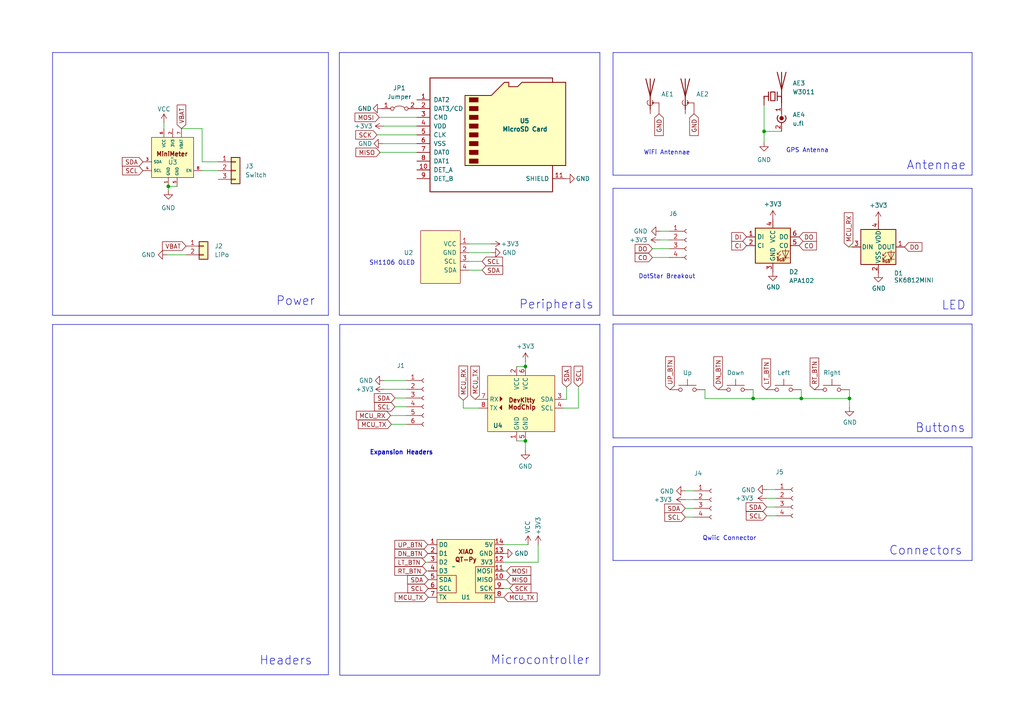
<source format=kicad_sch>
(kicad_sch (version 20230121) (generator eeschema)
  (paper "A4")
  (title_block (title "CutieCat") (date "2024-02-17") (rev "0.0") (company "DevKitty"))
  (lib_symbols
    (symbol "Connector:Conn_01x04_Female" (pin_names (offset 1.016) hide)
      (property "Reference" "J" (at 0 5.08 0))
      (property "Value" "Conn_01x04_Female" (at 0 -7.62 0))
      (symbol "Conn_01x04_Female_1_1"
        (arc (start 0 -4.572) (mid -0.5058 -5.08) (end 0 -5.588) (stroke (width 0.1524)))
        (arc (start 0 -2.032) (mid -0.5058 -2.54) (end 0 -3.048) (stroke (width 0.1524)))
        (polyline (pts (xy -1.27 -5.08) (xy -0.508 -5.08)) (stroke (width 0.1524)))
        (polyline (pts (xy -1.27 -2.54) (xy -0.508 -2.54)) (stroke (width 0.1524)))
        (polyline (pts (xy -1.27 0) (xy -0.508 0)) (stroke (width 0.1524)))
        (polyline (pts (xy -1.27 2.54) (xy -0.508 2.54)) (stroke (width 0.1524)))
        (arc (start 0 0.508) (mid -0.5058 0) (end 0 -0.508) (stroke (width 0.1524)))
        (arc (start 0 3.048) (mid -0.5058 2.54) (end 0 2.032) (stroke (width 0.1524)))
        (pin passive line (at -5.08 2.54 0) (length 3.81) (name "Pin_1") (number "1"))
        (pin passive line (at -5.08 0 0) (length 3.81) (name "Pin_2") (number "2"))
        (pin passive line (at -5.08 -2.54 0) (length 3.81) (name "Pin_3") (number "3"))
        (pin passive line (at -5.08 -5.08 0) (length 3.81) (name "Pin_4") (number "4"))
      )
    )
    (symbol "Connector:Conn_01x06_Female" (pin_names (offset 1.016) hide)
      (property "Reference" "J" (at 0 7.62 0))
      (property "Value" "Conn_01x06_Female" (at 0 -10.16 0))
      (symbol "Conn_01x06_Female_1_1"
        (arc (start 0 -7.112) (mid -0.5058 -7.62) (end 0 -8.128) (stroke (width 0.1524)))
        (arc (start 0 -4.572) (mid -0.5058 -5.08) (end 0 -5.588) (stroke (width 0.1524)))
        (arc (start 0 -2.032) (mid -0.5058 -2.54) (end 0 -3.048) (stroke (width 0.1524)))
        (polyline (pts (xy -1.27 -7.62) (xy -0.508 -7.62)) (stroke (width 0.1524)))
        (polyline (pts (xy -1.27 -5.08) (xy -0.508 -5.08)) (stroke (width 0.1524)))
        (polyline (pts (xy -1.27 -2.54) (xy -0.508 -2.54)) (stroke (width 0.1524)))
        (polyline (pts (xy -1.27 0) (xy -0.508 0)) (stroke (width 0.1524)))
        (polyline (pts (xy -1.27 2.54) (xy -0.508 2.54)) (stroke (width 0.1524)))
        (polyline (pts (xy -1.27 5.08) (xy -0.508 5.08)) (stroke (width 0.1524)))
        (arc (start 0 0.508) (mid -0.5058 0) (end 0 -0.508) (stroke (width 0.1524)))
        (arc (start 0 3.048) (mid -0.5058 2.54) (end 0 2.032) (stroke (width 0.1524)))
        (arc (start 0 5.588) (mid -0.5058 5.08) (end 0 4.572) (stroke (width 0.1524)))
        (pin passive line (at -5.08 5.08 0) (length 3.81) (name "Pin_1") (number "1"))
        (pin passive line (at -5.08 2.54 0) (length 3.81) (name "Pin_2") (number "2"))
        (pin passive line (at -5.08 0 0) (length 3.81) (name "Pin_3") (number "3"))
        (pin passive line (at -5.08 -2.54 0) (length 3.81) (name "Pin_4") (number "4"))
        (pin passive line (at -5.08 -5.08 0) (length 3.81) (name "Pin_5") (number "5"))
        (pin passive line (at -5.08 -7.62 0) (length 3.81) (name "Pin_6") (number "6"))
      )
    )
    (symbol "Connector:Conn_Coaxial_Power" (pin_names (offset 1.016) hide)
      (property "Reference" "J" (at -5.08 -1.27 90))
      (property "Value" "Conn_Coaxial_Power" (at -3.175 -1.27 90))
      (symbol "Conn_Coaxial_Power_0_1"
        (arc (start -1.27 -1.27) (mid 0 -2.5345) (end 1.27 -1.27) (stroke (width 0.254)))
        (arc (start -1.016 -0.508) (mid -1.2048 -0.8684) (end -1.27 -1.27) (stroke (width 0.254)))
        (circle (center 0 -1.27) (radius 0.508) (stroke (width 0.2032)) (fill (type outline)))
        (polyline (pts (xy 0 -2.54) (xy 0 -3.048)))
        (polyline (pts (xy 0 0) (xy 0 -1.27)))
        (arc (start 1.27 -1.27) (mid 1.2048 -0.8684) (end 1.016 -0.508) (stroke (width 0.254)))
      )
      (symbol "Conn_Coaxial_Power_1_1"
        (pin passive line (at 0 2.54 270) (length 2.54) (name "In") (number "1"))
        (pin passive line (at 0 -5.08 90) (length 2.54) (name "Ext") (number "2"))
      )
    )
    (symbol "Connector:Micro_SD_Card_Det" (pin_names (offset 1.016))
      (property "Reference" "J" (at -16.51 17.78 0))
      (property "Value" "Micro_SD_Card_Det" (at 16.51 17.78 0))
      (symbol "Micro_SD_Card_Det_0_1"
        (rectangle (start -7.62 -6.985) (end -5.08 -8.255) (fill (type outline)))
        (rectangle (start -7.62 -4.445) (end -5.08 -5.715) (fill (type outline)))
        (rectangle (start -7.62 -1.905) (end -5.08 -3.175) (fill (type outline)))
        (rectangle (start -7.62 0.635) (end -5.08 -0.635) (fill (type outline)))
        (rectangle (start -7.62 3.175) (end -5.08 1.905) (fill (type outline)))
        (rectangle (start -7.62 5.715) (end -5.08 4.445) (fill (type outline)))
        (rectangle (start -7.62 8.255) (end -5.08 6.985) (fill (type outline)))
        (rectangle (start -7.62 10.795) (end -5.08 9.525) (fill (type outline)))
        (polyline (pts (xy 16.51 15.24) (xy 16.51 16.51) (xy -19.05 16.51) (xy -19.05 -16.51) (xy 16.51 -16.51) (xy 16.51 -8.89)) (stroke (width 0.254)))
        (polyline (pts (xy -8.89 -8.89) (xy -8.89 11.43) (xy -1.27 11.43) (xy 2.54 15.24) (xy 3.81 15.24) (xy 3.81 13.97) (xy 6.35 13.97) (xy 7.62 15.24) (xy 20.32 15.24) (xy 20.32 -8.89) (xy -8.89 -8.89)) (stroke (width 0.254)) (fill (type background)))
      )
      (symbol "Micro_SD_Card_Det_1_1"
        (pin bidirectional line (at -22.86 10.16 0) (length 3.81) (name "DAT2") (number "1"))
        (pin passive line (at -22.86 -10.16 0) (length 3.81) (name "DET_A") (number "10"))
        (pin passive line (at 20.32 -12.7 180) (length 3.81) (name "SHIELD") (number "11"))
        (pin bidirectional line (at -22.86 7.62 0) (length 3.81) (name "DAT3/CD") (number "2"))
        (pin input line (at -22.86 5.08 0) (length 3.81) (name "CMD") (number "3"))
        (pin power_in line (at -22.86 2.54 0) (length 3.81) (name "VDD") (number "4"))
        (pin input line (at -22.86 0 0) (length 3.81) (name "CLK") (number "5"))
        (pin power_in line (at -22.86 -2.54 0) (length 3.81) (name "VSS") (number "6"))
        (pin bidirectional line (at -22.86 -5.08 0) (length 3.81) (name "DAT0") (number "7"))
        (pin bidirectional line (at -22.86 -7.62 0) (length 3.81) (name "DAT1") (number "8"))
        (pin passive line (at -22.86 -12.7 0) (length 3.81) (name "DET_B") (number "9"))
      )
    )
    (symbol "Connector_Generic:Conn_01x02" (pin_names (offset 1.016) hide)
      (property "Reference" "J" (at 0 2.54 0))
      (property "Value" "Conn_01x02" (at 0 -5.08 0))
      (symbol "Conn_01x02_1_1"
        (rectangle (start -1.27 -2.413) (end 0 -2.667) (stroke (width 0.1524)))
        (rectangle (start -1.27 0.127) (end 0 -0.127) (stroke (width 0.1524)))
        (rectangle (start -1.27 1.27) (end 1.27 -3.81) (stroke (width 0.254)) (fill (type background)))
        (pin passive line (at -5.08 0 0) (length 3.81) (name "Pin_1") (number "1"))
        (pin passive line (at -5.08 -2.54 0) (length 3.81) (name "Pin_2") (number "2"))
      )
    )
    (symbol "Connector_Generic:Conn_01x03" (pin_names (offset 1.016) hide)
      (property "Reference" "J" (at 0 5.08 0))
      (property "Value" "Conn_01x03" (at 0 -5.08 0))
      (symbol "Conn_01x03_1_1"
        (rectangle (start -1.27 -2.413) (end 0 -2.667) (stroke (width 0.1524)))
        (rectangle (start -1.27 0.127) (end 0 -0.127) (stroke (width 0.1524)))
        (rectangle (start -1.27 2.667) (end 0 2.413) (stroke (width 0.1524)))
        (rectangle (start -1.27 3.81) (end 1.27 -3.81) (stroke (width 0.254)) (fill (type background)))
        (pin passive line (at -5.08 2.54 0) (length 3.81) (name "Pin_1") (number "1"))
        (pin passive line (at -5.08 0 0) (length 3.81) (name "Pin_2") (number "2"))
        (pin passive line (at -5.08 -2.54 0) (length 3.81) (name "Pin_3") (number "3"))
      )
    )
    (symbol "DevKitty-ModChip:DevKitty-ModChip"
      (property "Reference" "U" (at -7.366 -6.096 0))
      (symbol "DevKitty-ModChip_1_1"
        (rectangle (start -9.652 8.128) (end 9.8044 -8.128) (fill (type background)))
        (polyline (pts (xy -6.096 0.762) (xy -6.096 2.032) (xy -5.461 1.397) (xy -6.096 0.762)) (fill (type outline)))
        (polyline (pts (xy -5.588 -0.508) (xy -5.588 -1.778) (xy -6.223 -1.143) (xy -5.588 -0.508)) (fill (type outline)))
        (text "DevKitty\nModChip" (at 0.254 0 0) (effects (font (size 1.27 1.27) bold)))
        (pin power_in line (at -1.27 -10.795 90) (length 2.54) (name "GND") (number "1"))
        (pin power_in line (at -1.27 10.795 270) (length 2.54) (name "VCC") (number "2"))
        (pin bidirectional line (at 12.446 1.27 180) (length 2.54) (name "SDA") (number "3"))
        (pin input line (at 12.446 -1.27 180) (length 2.54) (name "SCL") (number "4"))
        (pin power_in line (at 1.27 -10.795 90) (length 2.54) (name "GND") (number "5"))
        (pin power_in line (at 1.27 10.795 270) (length 2.54) (name "VCC") (number "6"))
        (pin input line (at -12.192 1.27 0) (length 2.54) (name "RX") (number "7"))
        (pin output line (at -12.192 -1.27 0) (length 2.54) (name "TX") (number "8"))
      )
    )
    (symbol "Device:Antenna_Chip" (pin_numbers hide) (pin_names (offset 1.016) hide)
      (property "Reference" "AE" (at 0 5.08 0))
      (property "Value" "Antenna_Chip" (at 0 3.175 0))
      (symbol "Antenna_Chip_0_1"
        (polyline (pts (xy -2.54 0) (xy -2.54 -0.635)) (stroke (width 0.254)))
        (polyline (pts (xy -2.54 0) (xy -1.27 0)) (stroke (width 0.254)))
        (polyline (pts (xy 1.27 0) (xy 2.54 0)) (stroke (width 0.254)))
        (polyline (pts (xy 1.27 1.27) (xy 1.27 -1.27)) (stroke (width 0.254)))
        (polyline (pts (xy 2.54 -0.635) (xy 2.54 0)))
        (polyline (pts (xy 2.54 6.985) (xy 2.54 -1.905)) (stroke (width 0.254)))
        (polyline (pts (xy -1.27 1.27) (xy -1.27 -1.27) (xy -1.27 0)) (stroke (width 0.254)))
        (polyline (pts (xy 3.81 6.985) (xy 2.54 1.905) (xy 1.27 6.985)) (stroke (width 0.254)))
        (polyline (pts (xy -0.635 1.27) (xy 0.635 1.27) (xy 0.635 -1.27) (xy -0.635 -1.27) (xy -0.635 1.27)) (stroke (width 0.254)))
      )
      (symbol "Antenna_Chip_1_1"
        (pin input line (at -2.54 -2.54 90) (length 2.54) (name "FEED") (number "1"))
        (pin passive line (at 2.54 -2.54 90) (length 2.54) (name "PCB_Trace") (number "2"))
      )
    )
    (symbol "Device:Antenna_Shield" (pin_numbers hide) (pin_names (offset 1.016) hide)
      (property "Reference" "AE" (at -1.905 4.445 0))
      (property "Value" "Antenna_Shield" (at -1.905 2.54 0))
      (symbol "Antenna_Shield_0_1"
        (arc (start -0.508 -1.143) (mid -0.8429 -2.1194) (end 0 -2.667))
        (arc (start 0 -2.667) (mid 0.7989 -2.1052) (end 0.508 -1.143))
        (polyline (pts (xy 0 -2.54) (xy 0 0)))
        (polyline (pts (xy 0 5.08) (xy 0 -3.81)) (stroke (width 0.254)))
        (polyline (pts (xy 0.762 -1.905) (xy 2.54 -1.905)))
        (polyline (pts (xy 2.54 -2.54) (xy 2.54 -1.905)))
        (polyline (pts (xy 1.27 5.08) (xy 0 0) (xy -1.27 5.08)) (stroke (width 0.254)))
        (circle (center 0.762 -1.905) (radius 0.1778) (fill (type outline)))
      )
      (symbol "Antenna_Shield_1_1"
        (pin input line (at 0 -5.08 90) (length 2.54) (name "A") (number "1"))
        (pin input line (at 2.54 -5.08 90) (length 2.54) (name "Shield") (number "2"))
      )
    )
    (symbol "Jumper:Jumper_2_Bridged" (pin_names (offset 0) hide)
      (property "Reference" "JP" (at 0 1.905 0))
      (property "Value" "Jumper_2_Bridged" (at 0 -2.54 0))
      (symbol "Jumper_2_Bridged_0_0"
        (circle (center -2.032 0) (radius 0.508))
        (circle (center 2.032 0) (radius 0.508))
      )
      (symbol "Jumper_2_Bridged_0_1"
        (arc (start 1.524 0.254) (mid 0 0.762) (end -1.524 0.254))
      )
      (symbol "Jumper_2_Bridged_1_1"
        (pin passive line (at -5.08 0 0) (length 2.54) (name "A") (number "1"))
        (pin passive line (at 5.08 0 180) (length 2.54) (name "B") (number "2"))
      )
    )
    (symbol "LED:APA102"
      (property "Reference" "D" (at 5.08 5.715 0))
      (property "Value" "APA102" (at 1.27 -5.715 0))
      (symbol "APA102_0_0"
        (text "RGB" (at 2.286 -4.191 0) (effects (font (size 0.762 0.762))))
      )
      (symbol "APA102_0_1"
        (polyline (pts (xy 1.27 -3.556) (xy 1.778 -3.556)))
        (polyline (pts (xy 1.27 -2.54) (xy 1.778 -2.54)))
        (polyline (pts (xy 4.699 -3.556) (xy 2.667 -3.556)))
        (polyline (pts (xy 2.286 -2.54) (xy 1.27 -3.556) (xy 1.27 -3.048)))
        (polyline (pts (xy 2.286 -1.524) (xy 1.27 -2.54) (xy 1.27 -2.032)))
        (polyline (pts (xy 3.683 -1.016) (xy 3.683 -3.556) (xy 3.683 -4.064)))
        (polyline (pts (xy 4.699 -1.524) (xy 2.667 -1.524) (xy 3.683 -3.556) (xy 4.699 -1.524)))
        (rectangle (start 5.08 5.08) (end -5.08 -5.08) (stroke (width 0.254)) (fill (type background)))
      )
      (symbol "APA102_1_1"
        (pin input line (at -7.62 2.54 0) (length 2.54) (name "DI") (number "1"))
        (pin input line (at -7.62 0 0) (length 2.54) (name "CI") (number "2"))
        (pin power_in line (at 0 -7.62 90) (length 2.54) (name "GND") (number "3"))
        (pin power_in line (at 0 7.62 270) (length 2.54) (name "VCC") (number "4"))
        (pin output line (at 7.62 0 180) (length 2.54) (name "CO") (number "5"))
        (pin output line (at 7.62 2.54 180) (length 2.54) (name "DO") (number "6"))
      )
    )
    (symbol "LED:SK6812MINI" (pin_names (offset 0.254))
      (property "Reference" "D" (at 5.08 5.715 0))
      (property "Value" "SK6812MINI" (at 1.27 -5.715 0))
      (symbol "SK6812MINI_0_0"
        (text "RGB" (at 2.286 -4.191 0) (effects (font (size 0.762 0.762))))
      )
      (symbol "SK6812MINI_0_1"
        (polyline (pts (xy 1.27 -3.556) (xy 1.778 -3.556)))
        (polyline (pts (xy 1.27 -2.54) (xy 1.778 -2.54)))
        (polyline (pts (xy 4.699 -3.556) (xy 2.667 -3.556)))
        (polyline (pts (xy 2.286 -2.54) (xy 1.27 -3.556) (xy 1.27 -3.048)))
        (polyline (pts (xy 2.286 -1.524) (xy 1.27 -2.54) (xy 1.27 -2.032)))
        (polyline (pts (xy 3.683 -1.016) (xy 3.683 -3.556) (xy 3.683 -4.064)))
        (polyline (pts (xy 4.699 -1.524) (xy 2.667 -1.524) (xy 3.683 -3.556) (xy 4.699 -1.524)))
        (rectangle (start 5.08 5.08) (end -5.08 -5.08) (stroke (width 0.254)) (fill (type background)))
      )
      (symbol "SK6812MINI_1_1"
        (pin output line (at 7.62 0 180) (length 2.54) (name "DOUT") (number "1"))
        (pin power_in line (at 0 -7.62 90) (length 2.54) (name "VSS") (number "2"))
        (pin input line (at -7.62 0 0) (length 2.54) (name "DIN") (number "3"))
        (pin power_in line (at 0 7.62 270) (length 2.54) (name "VDD") (number "4"))
      )
    )
    (symbol "MicroControllers:XIAO / QT-Py ESP32"
      (property "Reference" "U" (at 0 -7.62 0))
      (symbol "XIAO / QT-Py ESP32_1_1"
        (rectangle (start -8.382 9.144) (end 8.382 -9.144) (fill (type background)))
        (polyline (pts (xy -8.382 -6.35) (xy -2.794 -6.35) (xy -2.794 -1.27) (xy -8.382 -1.27)))
        (polyline (pts (xy 8.382 1.27) (xy 2.794 1.27) (xy 2.794 -6.35) (xy 8.382 -6.35)))
        (text "QT-Py" (at 0 3.302 0) (effects (font (size 1.27 1.27) bold)))
        (text "XIAO" (at 0 5.588 0) (effects (font (size 1.27 1.27) bold)))
        (pin bidirectional line (at -10.922 7.62 0) (length 2.54) (name "D0") (number "1"))
        (pin bidirectional line (at 10.922 -2.54 180) (length 2.54) (name "MISO") (number "10"))
        (pin bidirectional line (at 10.922 0 180) (length 2.54) (name "MOSI") (number "11"))
        (pin power_out line (at 10.922 2.54 180) (length 2.54) (name "3V3") (number "12"))
        (pin bidirectional line (at 10.922 5.08 180) (length 2.54) (name "GND") (number "13"))
        (pin power_in line (at 10.922 7.62 180) (length 2.54) (name "5V") (number "14"))
        (pin bidirectional line (at -10.922 5.08 0) (length 2.54) (name "D1") (number "2"))
        (pin bidirectional line (at -10.922 2.54 0) (length 2.54) (name "D2") (number "3"))
        (pin bidirectional line (at -10.922 0 0) (length 2.54) (name "D3") (number "4"))
        (pin bidirectional line (at -10.922 -2.54 0) (length 2.54) (name "SDA") (number "5"))
        (pin bidirectional line (at -10.922 -5.08 0) (length 2.54) (name "SCL") (number "6"))
        (pin bidirectional line (at -10.922 -7.62 0) (length 2.54) (name "TX") (number "7"))
        (pin bidirectional line (at 10.922 -7.62 180) (length 2.54) (name "RX") (number "8"))
        (pin bidirectional line (at 10.922 -5.08 180) (length 2.54) (name "SCK") (number "9"))
      )
    )
    (symbol "PicoCharge:MiniMeter"
      (property "Reference" "U" (at 3.556 -1.016 0))
      (symbol "MiniMeter_1_1"
        (rectangle (start -6.096 5.842) (end 6.096 -5.842) (fill (type background)))
        (text "MiniMeter" (at -4.826 1.016 0) (effects (font (size 1.27 1.27) bold) (justify left)))
        (pin passive line (at -1.27 -8.382 90) (length 2.54) (name "GND") (number "1"))
        (pin power_out line (at 0 8.382 270) (length 2.54) (name "3V3") (number "2"))
        (pin input line (at -8.636 -1.27 0) (length 2.54) (name "SDA") (number "3"))
        (pin output line (at -8.636 -3.81 0) (length 2.54) (name "SCL") (number "4"))
        (pin passive line (at 1.27 -8.382 90) (length 2.54) (name "GND") (number "5"))
        (pin power_in line (at -2.54 8.382 270) (length 2.54) (name "VCC") (number "6"))
        (pin power_in line (at 2.54 8.382 270) (length 2.54) (name "VBAT") (number "7"))
        (pin passive line (at 8.636 -3.81 180) (length 2.54) (name "EN") (number "8"))
      )
    )
    (symbol "Switch:SW_Push" (pin_numbers hide) (pin_names (offset 1.016) hide)
      (property "Reference" "SW" (at 1.27 2.54 0))
      (property "Value" "SW_Push" (at 0 -1.524 0))
      (symbol "SW_Push_0_1"
        (circle (center -2.032 0) (radius 0.508))
        (polyline (pts (xy 0 1.27) (xy 0 3.048)))
        (polyline (pts (xy 2.54 1.27) (xy -2.54 1.27)))
        (circle (center 2.032 0) (radius 0.508))
        (pin passive line (at -5.08 0 0) (length 2.54) (name "1") (number "1"))
        (pin passive line (at 5.08 0 180) (length 2.54) (name "2") (number "2"))
      )
    )
    (symbol "power:+3V3" (power) (pin_names (offset 0))
      (property "Value" "+3V3" (at 0 3.556 0))
      (symbol "+3V3_0_1"
        (polyline (pts (xy -0.762 1.27) (xy 0 2.54)))
        (polyline (pts (xy 0 0) (xy 0 2.54)))
        (polyline (pts (xy 0 2.54) (xy 0.762 1.27)))
      )
      (symbol "+3V3_1_1"
        (pin power_in line (at 0 0 90) (length 0) hide (name "+3V3") (number "1"))
      )
    )
    (symbol "power:GND" (power) (pin_names (offset 0))
      (property "Value" "GND" (at 0 -3.81 0))
      (symbol "GND_0_1"
        (polyline (pts (xy 0 0) (xy 0 -1.27) (xy 1.27 -1.27) (xy 0 -2.54) (xy -1.27 -1.27) (xy 0 -1.27)))
      )
      (symbol "GND_1_1"
        (pin power_in line (at 0 0 270) (length 0) hide (name "GND") (number "1"))
      )
    )
    (symbol "power:VCC" (power) (pin_names (offset 0))
      (property "Value" "VCC" (at 0 3.81 0))
      (symbol "VCC_0_1"
        (polyline (pts (xy -0.762 1.27) (xy 0 2.54)))
        (polyline (pts (xy 0 0) (xy 0 2.54)))
        (polyline (pts (xy 0 2.54) (xy 0.762 1.27)))
      )
      (symbol "VCC_1_1"
        (pin power_in line (at 0 0 90) (length 0) hide (name "VCC") (number "1"))
      )
    )
    (symbol "v3.0.1-Dev-Kit-rescue:SH1106-I2C-Display_Graphic" (pin_names (offset 1.016))
      (property "Reference" "U2" (at -10.16 -1.27 90))
      (symbol "SH1106-I2C-Display_Graphic_1_1"
        (rectangle (start -7.62 3.81) (end 7.62 -7.62) (fill (type background)))
        (pin input line (at -3.81 6.35 270) (length 2.54) (name "VCC") (number "1"))
        (pin input line (at -1.27 6.35 270) (length 2.54) (name "GND") (number "2"))
        (pin input line (at 1.27 6.35 270) (length 2.54) (name "SCL") (number "3"))
        (pin input line (at 3.81 6.35 270) (length 2.54) (name "SDA") (number "4"))
      )
    )
  )
  (junction (at 218.44 115.57))
  (junction (at 221.615 38.1))
  (junction (at 152.4 127.889))
  (junction (at 246.38 115.57))
  (junction (at 48.8188 54.0512))
  (junction (at 232.41 115.57))
  (junction (at 152.4 106.299))
  (polyline (pts (xy 177.8 54.61) (xy 281.94 54.61)))
  (polyline (pts (xy 281.94 127) (xy 281.94 93.98)))
  (wire (pts (xy 48.4124 73.914) (xy 53.9496 73.914)))
  (wire (pts (xy 139.827 78.359) (xy 136.017 78.359)))
  (wire (pts (xy 136.017 75.819) (xy 139.827 75.819)))
  (wire (pts (xy 198.755 144.907) (xy 201.295 144.907)))
  (polyline (pts (xy 95.25 15.24) (xy 95.25 91.44)))
  (wire (pts (xy 156.083 157.988) (xy 156.083 163.068)))
  (polyline (pts (xy 15.24 94.107) (xy 95.25 94.107)))
  (wire (pts (xy 149.86 127.889) (xy 152.4 127.889)))
  (wire (pts (xy 164.338 112.268) (xy 164.338 115.824)))
  (wire (pts (xy 204.47 113.03) (xy 204.47 115.57)))
  (polyline (pts (xy 15.24 195.707) (xy 15.24 94.107)))
  (polyline (pts (xy 177.8 15.24) (xy 281.94 15.24)))
  (wire (pts (xy 198.755 142.367) (xy 201.295 142.367)))
  (wire (pts (xy 191.516 67.056) (xy 194.056 67.056)))
  (wire (pts (xy 246.126 71.628) (xy 247.142 71.628)))
  (wire (pts (xy 110.998 41.656) (xy 120.904 41.656)))
  (wire (pts (xy 58.6232 46.9392) (xy 58.6232 37.2872)))
  (polyline (pts (xy 177.8 50.8) (xy 281.94 50.8)))
  (wire (pts (xy 109.347 39.116) (xy 120.904 39.116)))
  (wire (pts (xy 246.38 118.11) (xy 246.38 115.57)))
  (wire (pts (xy 123.444 163.068) (xy 124.206 163.068)))
  (wire (pts (xy 113.284 120.523) (xy 117.856 120.523)))
  (wire (pts (xy 149.86 106.299) (xy 152.4 106.299)))
  (wire (pts (xy 114.554 115.443) (xy 117.856 115.443)))
  (wire (pts (xy 204.47 115.57) (xy 218.44 115.57)))
  (polyline (pts (xy 95.25 94.107) (xy 95.25 195.707)))
  (wire (pts (xy 137.795 115.824) (xy 138.938 115.824)))
  (polyline (pts (xy 98.425 91.44) (xy 98.425 15.24)))
  (wire (pts (xy 152.4 104.902) (xy 152.4 106.299)))
  (wire (pts (xy 124.079 157.988) (xy 124.206 157.988)))
  (polyline (pts (xy 173.99 195.834) (xy 98.552 195.834)))
  (wire (pts (xy 111.506 112.903) (xy 117.856 112.903)))
  (wire (pts (xy 153.162 157.988) (xy 146.05 157.988)))
  (wire (pts (xy 198.755 149.987) (xy 201.295 149.987)))
  (polyline (pts (xy 173.99 91.44) (xy 98.425 91.44)))
  (wire (pts (xy 232.41 115.57) (xy 246.38 115.57)))
  (wire (pts (xy 142.4432 70.739) (xy 136.017 70.739)))
  (wire (pts (xy 146.177 173.228) (xy 146.05 173.228)))
  (wire (pts (xy 152.4 130.683) (xy 152.4 127.889)))
  (wire (pts (xy 222.377 149.606) (xy 224.917 149.606)))
  (wire (pts (xy 224.917 147.066) (xy 222.377 147.066)))
  (wire (pts (xy 189.23 74.676) (xy 194.056 74.676)))
  (wire (pts (xy 222.377 141.986) (xy 224.917 141.986)))
  (polyline (pts (xy 281.94 50.8) (xy 281.94 15.24)))
  (wire (pts (xy 124.079 160.528) (xy 124.206 160.528)))
  (wire (pts (xy 136.017 73.279) (xy 142.494 73.279)))
  (wire (pts (xy 167.767 112.141) (xy 167.767 118.364)))
  (polyline (pts (xy 177.8 127) (xy 281.94 127)))
  (polyline (pts (xy 98.425 15.24) (xy 173.99 15.24)))
  (wire (pts (xy 111.379 36.576) (xy 120.904 36.576)))
  (wire (pts (xy 58.7248 49.4792) (xy 63.246 49.4792)))
  (wire (pts (xy 48.8188 55.2196) (xy 48.8188 54.0512)))
  (polyline (pts (xy 173.99 93.98) (xy 173.99 195.58)))
  (wire (pts (xy 109.982 34.036) (xy 120.904 34.036)))
  (wire (pts (xy 48.8188 54.0512) (xy 51.3588 54.0512)))
  (polyline (pts (xy 281.94 91.44) (xy 281.94 54.61)))
  (polyline (pts (xy 281.94 162.56) (xy 177.8 162.56)))
  (wire (pts (xy 164.338 115.824) (xy 163.576 115.824)))
  (wire (pts (xy 201.295 147.447) (xy 198.755 147.447)))
  (wire (pts (xy 218.44 115.57) (xy 232.41 115.57)))
  (wire (pts (xy 189.23 72.136) (xy 194.056 72.136)))
  (polyline (pts (xy 98.552 94.107) (xy 173.99 94.107)))
  (polyline (pts (xy 173.99 15.24) (xy 173.99 91.44)))
  (wire (pts (xy 221.615 41.275) (xy 221.615 38.1)))
  (wire (pts (xy 163.576 118.364) (xy 167.767 118.364)))
  (polyline (pts (xy 95.25 195.707) (xy 15.24 195.707)))
  (wire (pts (xy 221.615 38.1) (xy 226.695 38.1)))
  (polyline (pts (xy 281.94 129.54) (xy 281.94 162.56)))
  (wire (pts (xy 134.366 116.078) (xy 134.366 118.364)))
  (polyline (pts (xy 177.8 54.61) (xy 177.8 91.44)))
  (polyline (pts (xy 98.552 195.834) (xy 98.552 94.107)))
  (wire (pts (xy 246.38 115.57) (xy 246.38 113.03)))
  (wire (pts (xy 111.379 110.363) (xy 117.856 110.363)))
  (polyline (pts (xy 95.25 91.44) (xy 15.24 91.44)))
  (polyline (pts (xy 15.24 91.44) (xy 15.24 15.24)))
  (wire (pts (xy 110.236 44.196) (xy 120.904 44.196)))
  (polyline (pts (xy 177.8 93.98) (xy 177.8 127)))
  (polyline (pts (xy 177.8 93.98) (xy 281.94 93.98)))
  (polyline (pts (xy 177.8 91.44) (xy 281.94 91.44)))
  (wire (pts (xy 113.538 123.063) (xy 117.856 123.063)))
  (polyline (pts (xy 177.8 162.56) (xy 177.8 129.54)))
  (polyline (pts (xy 15.24 15.24) (xy 95.25 15.24)))
  (wire (pts (xy 146.939 165.608) (xy 146.05 165.608)))
  (wire (pts (xy 134.366 118.364) (xy 138.938 118.364)))
  (wire (pts (xy 114.554 117.983) (xy 117.856 117.983)))
  (polyline (pts (xy 177.8 15.24) (xy 177.8 50.8)))
  (wire (pts (xy 47.5488 35.6108) (xy 47.5488 37.2872)))
  (polyline (pts (xy 177.8 129.54) (xy 281.94 129.54)))
  (wire (pts (xy 232.41 113.03) (xy 232.41 115.57)))
  (wire (pts (xy 218.44 113.03) (xy 218.44 115.57)))
  (wire (pts (xy 147.828 170.688) (xy 146.05 170.688)))
  (wire (pts (xy 156.083 163.068) (xy 146.05 163.068)))
  (wire (pts (xy 123.698 165.608) (xy 124.206 165.608)))
  (wire (pts (xy 58.6232 46.9392) (xy 63.246 46.9392)))
  (wire (pts (xy 221.615 30.48) (xy 221.615 38.1)))
  (wire (pts (xy 222.377 144.526) (xy 224.917 144.526)))
  (wire (pts (xy 146.939 168.148) (xy 146.05 168.148)))
  (wire (pts (xy 58.6232 37.2872) (xy 52.6288 37.2872)))
  (wire (pts (xy 191.389 69.596) (xy 194.056 69.596)))
  (text "Qwiic Connector" (at 203.7334 156.9466 0) (effects (font (size 1.27 1.27)) (justify left bottom)))
  (text "Connectors" (at 257.81 161.29 0) (effects (font (size 2.54 2.54)) (justify left bottom)))
  (text "Power" (at 80.01 88.9 0) (effects (font (size 2.54 2.54)) (justify left bottom)))
  (text "Buttons" (at 265.43 125.73 0) (effects (font (size 2.54 2.54)) (justify left bottom)))
  (text "WiFi Antennae" (at 186.69 45.085 0) (effects (font (size 1.27 1.27)) (justify left bottom)))
  (text "DotStar Breakout" (at 185.166 81.026 0) (effects (font (size 1.27 1.27)) (justify left bottom)))
  (text "Antennae" (at 262.89 49.53 0) (effects (font (size 2.54 2.54)) (justify left bottom)))
  (text "Expansion Headers" (at 107.188 132.08 0) (effects (font (size 1.27 1.27) (thickness 0.254) bold) (justify left bottom)))
  (text "LED" (at 273.05 90.17 0) (effects (font (size 2.54 2.54)) (justify left bottom)))
  (text "Peripherals" (at 150.495 89.916 0) (effects (font (size 2.54 2.54)) (justify left bottom)))
  (text "SH1106 OLED" (at 107.061 77.089 0) (effects (font (size 1.27 1.27)) (justify left bottom)))
  (text "GPS Antenna" (at 227.965 44.45 0) (effects (font (size 1.27 1.27)) (justify left bottom)))
  (text "Headers" (at 75.184 193.167 0) (effects (font (size 2.54 2.54)) (justify left bottom)))
  (text "Microcontroller\n" (at 142.24 193.04 0) (effects (font (size 2.54 2.54)) (justify left bottom)))
  (global_label "SDA" (shape input) (at 124.206 168.148 180) (property "Intersheetrefs" "${INTERSHEET_REFS}" (effects hide)))
  (global_label "MCU_TX" (shape input) (at 124.206 173.228 180) (property "Intersheetrefs" "${INTERSHEET_REFS}" (effects hide)))
  (global_label "SCL" (shape input) (at 114.554 117.983 180) (property "Intersheetrefs" "${INTERSHEET_REFS}" (effects hide)))
  (global_label "DN_BTN" (shape input) (at 124.079 160.528 180) (property "Intersheetrefs" "${INTERSHEET_REFS}" (effects hide)))
  (global_label "DI" (shape input) (at 216.535 68.707 180) (property "Intersheetrefs" "${INTERSHEET_REFS}" (effects hide)))
  (global_label "UP_BTN" (shape input) (at 124.079 157.988 180) (property "Intersheetrefs" "${INTERSHEET_REFS}" (effects hide)))
  (global_label "RT_BTN" (shape input) (at 123.698 165.608 180) (property "Intersheetrefs" "${INTERSHEET_REFS}" (effects hide)))
  (global_label "SCL" (shape input) (at 41.4528 49.4792 180) (property "Intersheetrefs" "${INTERSHEET_REFS}" (effects hide)))
  (global_label "SCL" (shape input) (at 222.377 149.606 180) (property "Intersheetrefs" "${INTERSHEET_REFS}" (effects hide)))
  (global_label "MCU_TX" (shape input) (at 137.795 115.824 90) (property "Intersheetrefs" "${INTERSHEET_REFS}" (effects hide)))
  (global_label "CO" (shape input) (at 189.23 74.676 180) (property "Intersheetrefs" "${INTERSHEET_REFS}" (effects hide)))
  (global_label "SCK" (shape input) (at 147.828 170.688 0) (property "Intersheetrefs" "${INTERSHEET_REFS}" (effects hide)))
  (global_label "MOSI" (shape input) (at 146.939 165.608 0) (property "Intersheetrefs" "${INTERSHEET_REFS}" (effects hide)))
  (global_label "MCU_RX" (shape input) (at 246.126 71.628 90) (property "Intersheetrefs" "${INTERSHEET_REFS}" (effects hide)))
  (global_label "SDA" (shape input) (at 198.755 147.447 180) (property "Intersheetrefs" "${INTERSHEET_REFS}" (effects hide)))
  (global_label "GND" (shape input) (at 191.135 33.02 270) (property "Intersheetrefs" "${INTERSHEET_REFS}" (effects hide)))
  (global_label "SCL" (shape input) (at 124.206 170.688 180) (property "Intersheetrefs" "${INTERSHEET_REFS}" (effects hide)))
  (global_label "SDA" (shape input) (at 139.827 78.359 0) (property "Intersheetrefs" "${INTERSHEET_REFS}" (effects hide)))
  (global_label "MCU_RX" (shape input) (at 134.366 116.078 90) (property "Intersheetrefs" "${INTERSHEET_REFS}" (effects hide)))
  (global_label "DO" (shape input) (at 262.382 71.628 0) (property "Intersheetrefs" "${INTERSHEET_REFS}" (effects hide)))
  (global_label "LT_BTN" (shape input) (at 222.25 113.03 90) (property "Intersheetrefs" "${INTERSHEET_REFS}" (effects hide)))
  (global_label "DO" (shape input) (at 231.775 68.707 0) (property "Intersheetrefs" "${INTERSHEET_REFS}" (effects hide)))
  (global_label "SCK" (shape input) (at 109.347 39.116 180) (property "Intersheetrefs" "${INTERSHEET_REFS}" (effects hide)))
  (global_label "SCL" (shape input) (at 198.755 149.987 180) (property "Intersheetrefs" "${INTERSHEET_REFS}" (effects hide)))
  (global_label "SCL" (shape input) (at 167.767 112.141 90) (property "Intersheetrefs" "${INTERSHEET_REFS}" (effects hide)))
  (global_label "VBAT" (shape input) (at 53.9496 71.374 180) (property "Intersheetrefs" "${INTERSHEET_REFS}" (effects hide)))
  (global_label "DO" (shape input) (at 189.23 72.136 180) (property "Intersheetrefs" "${INTERSHEET_REFS}" (effects hide)))
  (global_label "LT_BTN" (shape input) (at 123.444 163.068 180) (property "Intersheetrefs" "${INTERSHEET_REFS}" (effects hide)))
  (global_label "MCU_RX" (shape input) (at 113.284 120.523 180) (property "Intersheetrefs" "${INTERSHEET_REFS}" (effects hide)))
  (global_label "MISO" (shape input) (at 146.939 168.148 0) (property "Intersheetrefs" "${INTERSHEET_REFS}" (effects hide)))
  (global_label "MCU_TX" (shape input) (at 113.538 123.063 180) (property "Intersheetrefs" "${INTERSHEET_REFS}" (effects hide)))
  (global_label "SDA" (shape input) (at 164.338 112.268 90) (property "Intersheetrefs" "${INTERSHEET_REFS}" (effects hide)))
  (global_label "UP_BTN" (shape input) (at 194.31 113.03 90) (property "Intersheetrefs" "${INTERSHEET_REFS}" (effects hide)))
  (global_label "SDA" (shape input) (at 114.554 115.443 180) (property "Intersheetrefs" "${INTERSHEET_REFS}" (effects hide)))
  (global_label "SDA" (shape input) (at 222.377 147.066 180) (property "Intersheetrefs" "${INTERSHEET_REFS}" (effects hide)))
  (global_label "SDA" (shape input) (at 41.4528 46.9392 180) (property "Intersheetrefs" "${INTERSHEET_REFS}" (effects hide)))
  (global_label "CO" (shape input) (at 231.775 71.247 0) (property "Intersheetrefs" "${INTERSHEET_REFS}" (effects hide)))
  (global_label "VBAT" (shape input) (at 52.6288 37.2872 90) (property "Intersheetrefs" "${INTERSHEET_REFS}" (effects hide)))
  (global_label "MCU_TX" (shape input) (at 146.177 173.228 0) (property "Intersheetrefs" "${INTERSHEET_REFS}" (effects hide)))
  (global_label "SCL" (shape input) (at 139.827 75.819 0) (property "Intersheetrefs" "${INTERSHEET_REFS}" (effects hide)))
  (global_label "DN_BTN" (shape input) (at 208.28 113.03 90) (property "Intersheetrefs" "${INTERSHEET_REFS}" (effects hide)))
  (global_label "RT_BTN" (shape input) (at 236.22 113.03 90) (property "Intersheetrefs" "${INTERSHEET_REFS}" (effects hide)))
  (global_label "MOSI" (shape input) (at 109.982 34.036 180) (property "Intersheetrefs" "${INTERSHEET_REFS}" (effects hide)))
  (global_label "MISO" (shape input) (at 110.236 44.196 180) (property "Intersheetrefs" "${INTERSHEET_REFS}" (effects hide)))
  (global_label "GND" (shape input) (at 201.295 33.02 270) (property "Intersheetrefs" "${INTERSHEET_REFS}" (effects hide)))
  (global_label "CI" (shape input) (at 216.535 71.247 180) (property "Intersheetrefs" "${INTERSHEET_REFS}" (effects hide)))
  (symbol (lib_id "Switch:SW_Push") (at 199.39 113.03 0) (unit 1)
    (property "Reference" "SW1" (effects hide))
    (property "Value" "Up" (at 199.39 108.1024 0))
    (property "Footprint" "Button_Switch_SMD:SW_SPST_FSMSM" (effects hide))
  )
  (symbol (lib_id "Switch:SW_Push") (at 213.36 113.03 0) (unit 1)
    (property "Reference" "SW2" (effects hide))
    (property "Value" "Down" (at 213.36 108.1024 0))
    (property "Footprint" "Button_Switch_SMD:SW_SPST_FSMSM" (effects hide))
  )
  (symbol (lib_id "Switch:SW_Push") (at 227.33 113.03 0) (unit 1)
    (property "Reference" "SW3" (effects hide))
    (property "Value" "Left" (at 227.33 108.1024 0))
    (property "Footprint" "Button_Switch_SMD:SW_SPST_FSMSM" (effects hide))
  )
  (symbol (lib_id "Switch:SW_Push") (at 241.3 113.03 0) (unit 1)
    (property "Reference" "SW4" (effects hide))
    (property "Value" "Right" (at 241.3 108.1024 0))
    (property "Footprint" "Button_Switch_SMD:SW_SPST_FSMSM" (effects hide))
  )
  (symbol (lib_id "power:GND") (at 246.38 118.11 0) (unit 1)
    (property "Reference" "#PWR025" (effects hide))
    (property "Value" "GND" (at 246.507 122.5042 0))
  )
  (symbol (lib_id "power:GND") (at 224.155 78.867 0) (unit 1)
    (property "Reference" "#PWR024" (effects hide))
    (property "Value" "GND" (at 224.282 83.2612 0))
  )
  (symbol (lib_id "v3.0.1-Dev-Kit-rescue:SH1106-I2C-Display_Graphic") (at 129.667 74.549 270) (unit 1)
    (property "Reference" "U2" (at 118.491 73.279 90))
    (property "Value" "SH1106 OLED" (effects hide))
    (property "Footprint" "Nugget-Modules:SH1106" (effects hide))
  )
  (symbol (lib_id "power:GND") (at 142.494 73.279 90) (unit 1)
    (property "Reference" "#PWR010" (effects hide))
    (property "Value" "GND" (at 147.701 73.279 90))
  )
  (symbol (lib_id "power:+3V3") (at 142.4432 70.739 270) (unit 1)
    (property "Reference" "#PWR09" (effects hide))
    (property "Value" "+3V3" (at 147.9296 70.739 90))
  )
  (symbol (lib_id "power:GND") (at 111.379 110.363 270) (unit 1)
    (property "Reference" "#PWR07" (effects hide))
    (property "Value" "GND" (at 106.172 110.363 90))
  )
  (symbol (lib_id "power:GND") (at 221.615 41.275 0) (unit 1)
    (property "Reference" "#PWR026" (effects hide))
    (property "Value" "GND" (at 221.615 46.355 0))
  )
  (symbol (lib_id "MicroControllers:XIAO / QT-Py ESP32") (at 135.128 165.608 0) (unit 1)
    (property "Reference" "U1" (at 135.128 173.228 0))
    (property "Value" "~" (at 131.572 164.338 0))
    (property "Footprint" "Connector_JST:JST_PH_S2B-PH-SM4-TB_1x02-1MP_P2.00mm_Horizontal" (effects hide))
  )
  (symbol (lib_id "power:GND") (at 254.762 79.248 0) (unit 1)
    (property "Reference" "#PWR028" (effects hide))
    (property "Value" "GND" (at 254.889 83.6422 0))
  )
  (symbol (lib_id "power:GND") (at 48.4124 73.914 270) (unit 1)
    (property "Reference" "#PWR02" (effects hide))
    (property "Value" "GND" (at 45.1104 73.914 90) (effects (justify right)))
  )
  (symbol (lib_id "Connector:Conn_01x06_Female") (at 122.936 115.443 0) (unit 1)
    (property "Reference" "J1" (at 115.062 106.045 0) (effects (justify left)))
    (property "Value" "Header" (effects hide))
    (property "Footprint" "Jumper:SolderJumper-2_P1.3mm_Bridged_RoundedPad1.0x1.5mm" (effects hide))
  )
  (symbol (lib_id "LED:APA102") (at 224.155 71.247 0) (unit 1)
    (property "Reference" "D2" (at 228.854 78.867 0) (effects (justify left)))
    (property "Value" "APA102" (at 228.854 81.407 0) (effects (justify left)))
    (property "Footprint" "LED_SMD:LED_RGB_5050-6" (effects hide))
    (property "Datasheet" "http://www.led-color.com/upload/201506/APA102%20LED.pdf" (effects hide))
  )
  (symbol (lib_id "power:GND") (at 110.998 41.656 270) (unit 1)
    (property "Reference" "#PWR05" (effects hide))
    (property "Value" "GND" (at 107.95 41.656 90) (effects (justify right)))
  )
  (symbol (lib_id "power:GND") (at 222.377 141.986 270) (unit 1)
    (property "Reference" "#PWR021" (effects hide))
    (property "Value" "GND" (at 219.1258 142.113 90) (effects (justify right)))
  )
  (symbol (lib_id "Jumper:Jumper_2_Bridged") (at 115.824 31.496 0) (unit 1)
    (property "Reference" "JP1" (at 115.824 25.527 0))
    (property "Value" "Jumper" (at 115.824 28.067 0))
    (property "Footprint" "Jumper:SolderJumper-2_P1.3mm_Bridged_RoundedPad1.0x1.5mm" (effects hide))
  )
  (symbol (lib_id "power:GND") (at 146.05 160.528 90) (unit 1)
    (property "Reference" "#PWR011" (effects hide))
    (property "Value" "GND" (at 149.225 160.528 90) (effects (justify right)))
  )
  (symbol (lib_id "power:+3V3") (at 222.377 144.526 90) (unit 1)
    (property "Reference" "#PWR022" (effects hide))
    (property "Value" "+3V3" (at 218.567 144.526 90) (effects (justify left)))
  )
  (symbol (lib_id "Device:Antenna_Shield") (at 198.755 27.94 0) (unit 1)
    (property "Reference" "AE2" (at 201.93 27.305 0) (effects (justify left)))
    (property "Value" "Antenna_Shield" (effects hide))
    (property "Footprint" "Connector_Coaxial:SMA_Amphenol_901-144_Vertical" (effects hide))
  )
  (symbol (lib_id "power:VCC") (at 47.5488 35.6108 0) (unit 1)
    (property "Reference" "#PWR01" (effects hide))
    (property "Value" "VCC" (at 47.5488 31.6484 0))
  )
  (symbol (lib_id "power:VCC") (at 153.162 157.988 0) (unit 1)
    (property "Reference" "#PWR014" (effects hide))
    (property "Value" "VCC" (at 153.035 152.908 90))
  )
  (symbol (lib_id "DevKitty-ModChip:DevKitty-ModChip") (at 151.13 117.094 0) (unit 1)
    (property "Reference" "U4" (at 144.399 123.444 0) (effects (font bold)))
    (property "Value" "~" (at 151.13 117.094 0))
  )
  (symbol (lib_id "power:+3V3") (at 224.155 63.627 0) (unit 1)
    (property "Reference" "#PWR023" (effects hide))
    (property "Value" "+3V3" (at 224.155 59.182 0))
  )
  (symbol (lib_id "power:+3V3") (at 152.4 104.902 0) (unit 1)
    (property "Reference" "#PWR012" (effects hide))
    (property "Value" "+3V3" (at 152.4 100.457 0))
  )
  (symbol (lib_id "power:GND") (at 191.516 67.056 270) (unit 1)
    (property "Reference" "#PWR020" (effects hide))
    (property "Value" "GND" (at 185.801 67.056 90))
  )
  (symbol (lib_id "power:+3V3") (at 111.379 36.576 90) (unit 1)
    (property "Reference" "#PWR06" (effects hide))
    (property "Value" "+3V3" (at 108.077 36.576 90) (effects (justify left)))
  )
  (symbol (lib_id "Connector:Conn_01x04_Female") (at 206.375 144.907 0) (unit 1)
    (property "Reference" "J4" (at 201.295 137.287 0) (effects (justify left)))
    (property "Value" "Qwiic Connector" (effects hide))
    (property "Footprint" "Connector_JST:JST_SH_SM04B-SRSS-TB_1x04-1MP_P1.00mm_Horizontal" (effects hide))
  )
  (symbol (lib_id "Device:Antenna_Chip") (at 224.155 27.94 0) (unit 1)
    (property "Reference" "AE3" (at 229.87 24.13 0) (effects (justify left)))
    (property "Value" "W3011" (at 229.87 26.67 0) (effects (justify left)))
    (property "Footprint" "RF_Antenna:Pulse_W3011" (effects hide))
  )
  (symbol (lib_id "power:GND") (at 164.084 51.816 90) (unit 1)
    (property "Reference" "#PWR016" (effects hide))
    (property "Value" "GND" (at 167.005 51.816 90) (effects (justify right)))
  )
  (symbol (lib_id "power:GND") (at 48.8188 55.2196 0) (unit 1)
    (property "Reference" "#PWR03" (effects hide))
    (property "Value" "GND" (at 48.8188 60.2996 0))
  )
  (symbol (lib_id "power:GND") (at 152.4 130.683 0) (unit 1)
    (property "Reference" "#PWR013" (effects hide))
    (property "Value" "GND" (at 152.4 135.255 0))
  )
  (symbol (lib_id "power:GND") (at 110.744 31.496 270) (unit 1)
    (property "Reference" "#PWR04" (effects hide))
    (property "Value" "GND" (at 107.823 31.496 90) (effects (justify right)))
  )
  (symbol (lib_id "PicoCharge:MiniMeter") (at 50.0888 45.6692 0) (unit 1)
    (property "Reference" "U3" (at 50.0888 47.0662 0))
    (property "Value" "~" (at 49.9618 45.7962 0))
  )
  (symbol (lib_id "power:+3V3") (at 156.083 157.988 0) (unit 1)
    (property "Reference" "#PWR015" (effects hide))
    (property "Value" "+3V3" (at 156.083 152.527 90))
  )
  (symbol (lib_id "power:+3V3") (at 254.762 64.008 0) (unit 1)
    (property "Reference" "#PWR027" (effects hide))
    (property "Value" "+3V3" (at 254.762 59.563 0))
  )
  (symbol (lib_id "Connector_Generic:Conn_01x02") (at 59.0296 71.374 0) (unit 1)
    (property "Reference" "J2" (at 62.23 71.374 0) (effects (justify left)))
    (property "Value" "LiPo" (at 62.23 73.914 0) (effects (justify left)))
    (property "Footprint" "Connector_JST:JST_PH_S2B-PH-SM4-TB_1x02-1MP_P2.00mm_Horizontal" (effects hide))
  )
  (symbol (lib_id "Connector_Generic:Conn_01x03") (at 68.326 49.4792 0) (unit 1)
    (property "Reference" "J3" (at 71.12 48.2092 0) (effects (justify left)))
    (property "Value" "Switch" (at 71.12 50.7492 0) (effects (justify left)))
    (property "Footprint" "Connector_JST:JST_SH_BM03B-SRSS-TB_1x03-1MP_P1.00mm_Vertical" (effects hide))
  )
  (symbol (lib_id "power:GND") (at 198.755 142.367 270) (unit 1)
    (property "Reference" "#PWR017" (effects hide))
    (property "Value" "GND" (at 195.5038 142.494 90) (effects (justify right)))
  )
  (symbol (lib_id "Connector:Conn_Coaxial_Power") (at 226.695 33.02 0) (unit 1)
    (property "Reference" "AE4" (at 229.87 33.274 0) (effects (justify left)))
    (property "Value" "u.fl" (at 229.87 35.814 0) (effects (justify left)))
    (property "Footprint" "Connector_Coaxial:U.FL_Hirose_U.FL-R-SMT-1_Vertical" (effects hide))
  )
  (symbol (lib_id "Device:Antenna_Shield") (at 188.595 27.94 0) (unit 1)
    (property "Reference" "AE1" (at 191.77 27.305 0) (effects (justify left)))
    (property "Value" "Antenna_Shield" (effects hide))
    (property "Footprint" "Connector_Coaxial:SMA_Amphenol_901-144_Vertical" (effects hide))
  )
  (symbol (lib_id "LED:SK6812MINI") (at 254.762 71.628 0) (unit 1)
    (property "Reference" "D1" (at 260.604 79.248 0))
    (property "Value" "SK6812MINI" (at 265.049 81.28 0))
    (property "Footprint" "LED_SMD:LED_SK6812MINI_PLCC4_3.5x3.5mm_P1.75mm" (effects hide))
    (property "Datasheet" "https://cdn-shop.adafruit.com/product-files/2686/SK6812MINI_REV.01-1-2.pdf" (effects hide))
  )
  (symbol (lib_id "power:+3V3") (at 191.389 69.596 90) (unit 1)
    (property "Reference" "#PWR019" (effects hide))
    (property "Value" "+3V3" (at 185.166 69.596 90))
  )
  (symbol (lib_id "power:+3V3") (at 198.755 144.907 90) (unit 1)
    (property "Reference" "#PWR018" (effects hide))
    (property "Value" "+3V3" (at 194.945 144.907 90) (effects (justify left)))
  )
  (symbol (lib_id "Connector:Micro_SD_Card_Det") (at 143.764 39.116 0) (unit 1)
    (property "Reference" "U5" (at 152.146 35.052 0) (effects (font bold)))
    (property "Value" "MicroSD Card" (at 152.273 37.465 0) (effects (font bold)))
    (property "Footprint" "Wardriver-Footprints:MicroSD" (effects hide))
    (property "Datasheet" "https://www.hirose.com/product/en/download_file/key_name/DM3/category/Catalog/doc_file_id/49662/?file_category_id=4&item_id=195&is_series=1" (effects hide))
  )
  (symbol (lib_id "Connector:Conn_01x04_Female") (at 199.136 69.596 0) (unit 1)
    (property "Reference" "J6" (at 194.056 61.976 0) (effects (justify left)))
    (property "Value" "Qwiic Connector" (effects hide))
    (property "Footprint" "Connector_JST:JST_SH_SM04B-SRSS-TB_1x04-1MP_P1.00mm_Horizontal" (effects hide))
  )
  (symbol (lib_id "power:+3V3") (at 111.506 112.903 90) (unit 1)
    (property "Reference" "#PWR08" (effects hide))
    (property "Value" "+3V3" (at 105.791 112.903 90))
  )
  (symbol (lib_id "Connector:Conn_01x04_Female") (at 229.997 144.526 0) (unit 1)
    (property "Reference" "J5" (at 224.917 136.906 0) (effects (justify left)))
    (property "Value" "Qwiic Connector" (effects hide))
    (property "Footprint" "Connector_JST:JST_SH_SM04B-SRSS-TB_1x04-1MP_P1.00mm_Horizontal" (effects hide))
  )
)
</source>
